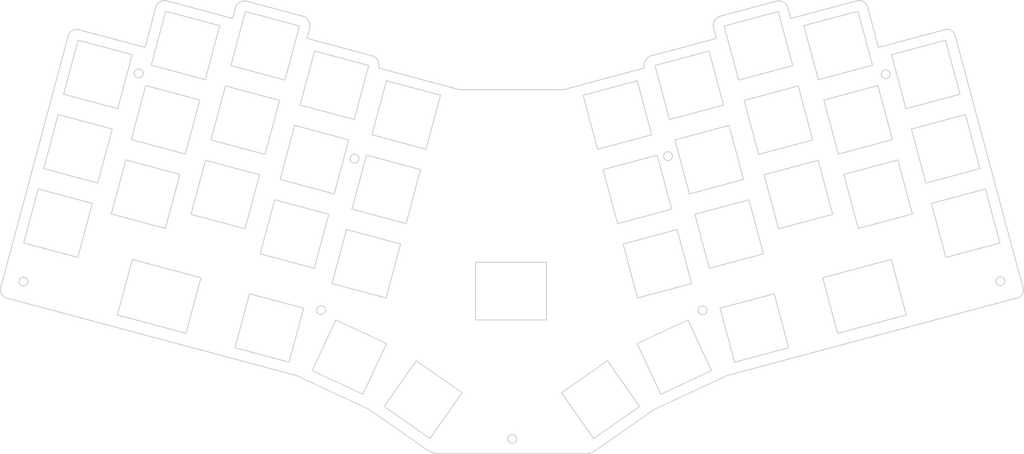
<source format=kicad_pcb>
(kicad_pcb (version 20171130) (host pcbnew "(5.1.10)-1")

  (general
    (thickness 1.6)
    (drawings 270)
    (tracks 0)
    (zones 0)
    (modules 0)
    (nets 1)
  )

  (page A4)
  (layers
    (0 F.Cu signal)
    (31 B.Cu signal)
    (32 B.Adhes user)
    (33 F.Adhes user)
    (34 B.Paste user)
    (35 F.Paste user)
    (36 B.SilkS user)
    (37 F.SilkS user)
    (38 B.Mask user)
    (39 F.Mask user)
    (40 Dwgs.User user)
    (41 Cmts.User user)
    (42 Eco1.User user)
    (43 Eco2.User user)
    (44 Edge.Cuts user)
    (45 Margin user)
    (46 B.CrtYd user)
    (47 F.CrtYd user)
    (48 B.Fab user)
    (49 F.Fab user)
  )

  (setup
    (last_trace_width 0.254)
    (trace_clearance 0.2)
    (zone_clearance 0.508)
    (zone_45_only no)
    (trace_min 0.2)
    (via_size 0.8)
    (via_drill 0.4)
    (via_min_size 0.4)
    (via_min_drill 0.3)
    (uvia_size 0.3)
    (uvia_drill 0.1)
    (uvias_allowed no)
    (uvia_min_size 0.2)
    (uvia_min_drill 0.1)
    (edge_width 0.05)
    (segment_width 0.2)
    (pcb_text_width 0.3)
    (pcb_text_size 1.5 1.5)
    (mod_edge_width 0.12)
    (mod_text_size 1 1)
    (mod_text_width 0.15)
    (pad_size 1.524 1.524)
    (pad_drill 0.762)
    (pad_to_mask_clearance 0)
    (aux_axis_origin 0 0)
    (visible_elements 7FFFFFFF)
    (pcbplotparams
      (layerselection 0x010fc_ffffffff)
      (usegerberextensions false)
      (usegerberattributes true)
      (usegerberadvancedattributes true)
      (creategerberjobfile true)
      (excludeedgelayer true)
      (linewidth 0.100000)
      (plotframeref false)
      (viasonmask false)
      (mode 1)
      (useauxorigin false)
      (hpglpennumber 1)
      (hpglpenspeed 20)
      (hpglpendiameter 15.000000)
      (psnegative false)
      (psa4output false)
      (plotreference true)
      (plotvalue true)
      (plotinvisibletext false)
      (padsonsilk false)
      (subtractmaskfromsilk false)
      (outputformat 1)
      (mirror false)
      (drillshape 0)
      (scaleselection 1)
      (outputdirectory "gerbers/"))
  )

  (net 0 "")

  (net_class Default "This is the default net class."
    (clearance 0.2)
    (trace_width 0.254)
    (via_dia 0.8)
    (via_drill 0.4)
    (uvia_dia 0.3)
    (uvia_drill 0.1)
  )

  (net_class Power ""
    (clearance 0.2)
    (trace_width 0.381)
    (via_dia 0.8)
    (via_drill 0.4)
    (uvia_dia 0.3)
    (uvia_drill 0.1)
  )

  (gr_curve (pts (xy 60.507299 47.592767) (xy 60.659799 47.014604) (xy 61.036277 46.520979) (xy 61.553521 46.220998)) (layer Edge.Cuts) (width 0.25))
  (gr_line (start 35.898978 65.97368) (end 38.934723 54.648101) (layer Edge.Cuts) (width 0.25))
  (gr_line (start 181.004104 62.53452) (end 181.004104 62.534518) (layer Edge.Cuts) (width 0.25))
  (gr_curve (pts (xy 213.486812 46.067086) (xy 214.090726 45.90527) (xy 214.734242 45.991068) (xy 215.274664 46.305456)) (layer Edge.Cuts) (width 0.25))
  (gr_line (start 113.130221 146.819239) (end 95.210521 138.462639) (layer Edge.Cuts) (width 0.25))
  (gr_line (start 127.512674 156.891403) (end 113.130221 146.819239) (layer Edge.Cuts) (width 0.25))
  (gr_line (start 217.044166 50.34252) (end 233.321715 45.981017) (layer Edge.Cuts) (width 0.25))
  (gr_curve (pts (xy 198.043478 52.779634) (xy 197.865472 52.147534) (xy 197.948056 51.470472) (xy 198.272782 50.899692)) (layer Edge.Cuts) (width 0.25))
  (gr_curve (pts (xy 181.004104 62.534518) (xy 180.82843 61.912285) (xy 180.90941 61.245605) (xy 181.22894 60.683523)) (layer Edge.Cuts) (width 0.25))
  (gr_line (start 257.558202 54.52236) (end 260.98108 67.22336) (layer Edge.Cuts) (width 0.25))
  (gr_line (start 183.396784 146.821883) (end 169.011859 156.894138) (layer Edge.Cuts) (width 0.25))
  (gr_curve (pts (xy 80.153688 47.729156) (xy 80.305314 47.139053) (xy 80.686622 46.634089) (xy 81.212686 46.326732)) (layer Edge.Cuts) (width 0.25))
  (gr_curve (pts (xy 169.011859 156.894138) (xy 168.217253 157.450518) (xy 167.270695 157.748927) (xy 166.300666 157.748861)) (layer Edge.Cuts) (width 0.25))
  (gr_curve (pts (xy 130.223801 157.74642) (xy 129.253768 157.746355) (xy 128.307241 157.447845) (xy 127.512674 156.891403)) (layer Edge.Cuts) (width 0.25))
  (gr_curve (pts (xy 115.272955 60.691192) (xy 115.596602 61.265001) (xy 115.6757 61.944918) (xy 115.492421 62.5777)) (layer Edge.Cuts) (width 0.25))
  (gr_line (start 135.360304 67.899) (end 161.159084 67.90408) (layer Edge.Cuts) (width 0.25))
  (gr_line (start 148.378306 152.990819) (end 148.378306 152.990819) (layer Edge.Cuts) (width 0.25))
  (gr_line (start 95.210521 138.462639) (end 23.870316 119.354813) (layer Edge.Cuts) (width 0.25))
  (gr_line (start 201.313946 138.465283) (end 183.396784 146.821883) (layer Edge.Cuts) (width 0.25))
  (gr_curve (pts (xy 96.708725 49.777728) (xy 97.34854 49.94914) (xy 97.893246 50.369284) (xy 98.22153 50.944589)) (layer Edge.Cuts) (width 0.25))
  (gr_line (start 238.631618 57.4977) (end 255.07582 53.091544) (layer Edge.Cuts) (width 0.25))
  (gr_line (start 98.456491 52.840622) (end 97.786081 55.24472) (layer Edge.Cuts) (width 0.25))
  (gr_curve (pts (xy 113.771998 59.527489) (xy 114.408346 59.697973) (xy 114.949307 60.117384) (xy 115.272955 60.691192)) (layer Edge.Cuts) (width 0.25))
  (gr_curve (pts (xy 98.22153 50.944589) (xy 98.549814 51.519895) (xy 98.634415 52.202586) (xy 98.456491 52.840622)) (layer Edge.Cuts) (width 0.25))
  (gr_curve (pts (xy 274.356899 116.888216) (xy 274.638763 117.921953) (xy 274.030153 118.984199) (xy 272.997567 119.260833)) (layer Edge.Cuts) (width 0.25))
  (gr_curve (pts (xy 233.321715 45.981017) (xy 233.883798 45.83041) (xy 234.482717 45.909856) (xy 234.986096 46.201796)) (layer Edge.Cuts) (width 0.25))
  (gr_line (start 216.3656 47.741804) (end 217.044166 50.34252) (layer Edge.Cuts) (width 0.25))
  (gr_line (start 63.263745 45.994139) (end 79.482841 50.33998) (layer Edge.Cuts) (width 0.25))
  (gr_curve (pts (xy 38.934723 54.648101) (xy 39.243106 53.497605) (xy 40.425695 52.814876) (xy 41.576229 53.123115)) (layer Edge.Cuts) (width 0.25))
  (gr_curve (pts (xy 198.272782 50.899692) (xy 198.597507 50.328912) (xy 199.137317 49.911973) (xy 199.771628 49.742012)) (layer Edge.Cuts) (width 0.25))
  (gr_curve (pts (xy 149.477577 154.09009) (xy 149.477577 153.798545) (xy 149.361762 153.518942) (xy 149.155608 153.312788)) (layer Edge.Cuts) (width 0.25))
  (gr_curve (pts (xy 272.997567 119.260833) (xy 263.792276 121.726924) (xy 222.902282 132.681654) (xy 201.313946 138.465283)) (layer Edge.Cuts) (width 0.25))
  (gr_line (start 22.321182 116.671455) (end 24.629001 108.064023) (layer Edge.Cuts) (width 0.25))
  (gr_line (start 166.300666 157.748861) (end 130.223801 157.74642) (layer Edge.Cuts) (width 0.25))
  (gr_line (start 236.004273 47.536794) (end 238.631618 57.4977) (layer Edge.Cuts) (width 0.25))
  (gr_line (start 271.636381 106.910863) (end 274.356899 116.888216) (layer Edge.Cuts) (width 0.25))
  (gr_curve (pts (xy 255.07582 53.091544) (xy 256.156306 52.802027) (xy 257.267128 53.442292) (xy 257.558202 54.52236)) (layer Edge.Cuts) (width 0.25))
  (gr_curve (pts (xy 234.986096 46.201796) (xy 235.489475 46.493734) (xy 235.855861 46.974129) (xy 236.004273 47.536794)) (layer Edge.Cuts) (width 0.25))
  (gr_curve (pts (xy 215.274664 46.305456) (xy 215.815087 46.619844) (xy 216.207756 47.13684) (xy 216.3656 47.741804)) (layer Edge.Cuts) (width 0.25))
  (gr_curve (pts (xy 181.22894 60.683523) (xy 181.54847 60.121441) (xy 182.079901 59.710832) (xy 182.704428 59.543493)) (layer Edge.Cuts) (width 0.25))
  (gr_curve (pts (xy 61.553521 46.220998) (xy 62.070764 45.921018) (xy 62.686181 45.839384) (xy 63.263745 45.994139)) (layer Edge.Cuts) (width 0.25))
  (gr_curve (pts (xy 23.870316 119.354813) (xy 23.309011 119.204472) (xy 22.830436 118.837276) (xy 22.539906 118.334029)) (layer Edge.Cuts) (width 0.25))
  (gr_line (start 198.738384 55.24726) (end 198.043478 52.779634) (layer Edge.Cuts) (width 0.25))
  (gr_line (start 161.159084 67.90408) (end 181.004104 62.53452) (layer Edge.Cuts) (width 0.25))
  (gr_line (start 24.629001 108.064023) (end 35.898978 65.97368) (layer Edge.Cuts) (width 0.25))
  (gr_curve (pts (xy 22.539906 118.334029) (xy 22.249375 117.830782) (xy 22.170696 117.232721) (xy 22.321182 116.671455)) (layer Edge.Cuts) (width 0.25))
  (gr_line (start 260.98108 67.22336) (end 271.636381 106.910863) (layer Edge.Cuts) (width 0.25))
  (gr_line (start 115.492421 62.5777) (end 135.360304 67.899) (layer Edge.Cuts) (width 0.25))
  (gr_line (start 82.954396 46.092821) (end 96.708725 49.777728) (layer Edge.Cuts) (width 0.25))
  (gr_curve (pts (xy 148.798979 155.105684) (xy 149.209749 154.935538) (xy 149.477577 154.534704) (xy 149.477577 154.09009)) (layer Edge.Cuts) (width 0.25))
  (gr_line (start 97.786081 55.24472) (end 113.771998 59.527489) (layer Edge.Cuts) (width 0.25))
  (gr_line (start 199.771628 49.742012) (end 213.486812 46.067086) (layer Edge.Cuts) (width 0.25))
  (gr_line (start 79.482841 50.33998) (end 80.153688 47.729156) (layer Edge.Cuts) (width 0.25))
  (gr_curve (pts (xy 81.212686 46.326732) (xy 81.73875 46.019376) (xy 82.365879 45.935152) (xy 82.954396 46.092821)) (layer Edge.Cuts) (width 0.25))
  (gr_line (start 57.895381 57.49516) (end 60.507299 47.592767) (layer Edge.Cuts) (width 0.25))
  (gr_line (start 268.728081 114.090719) (end 268.728081 114.090719) (layer Edge.Cuts) (width 0.25))
  (gr_line (start 182.704428 59.543493) (end 198.738384 55.24726) (layer Edge.Cuts) (width 0.25))
  (gr_curve (pts (xy 149.155608 153.312788) (xy 148.949455 153.106635) (xy 148.669851 152.990819) (xy 148.378306 152.990819)) (layer Edge.Cuts) (width 0.25))
  (gr_line (start 41.576229 53.123115) (end 57.895381 57.49516) (layer Edge.Cuts) (width 0.25))
  (gr_curve (pts (xy 194.292776 121.959293) (xy 194.12263 122.370062) (xy 194.216679 122.842878) (xy 194.531068 123.157267)) (layer Edge.Cuts) (width 0.25))
  (gr_line (start 27.888329 114.150663) (end 27.888329 114.150663) (layer Edge.Cuts) (width 0.25))
  (gr_curve (pts (xy 195.30837 121.280695) (xy 194.863757 121.280695) (xy 194.462922 121.548523) (xy 194.292776 121.959293)) (layer Edge.Cuts) (width 0.25))
  (gr_line (start 59.396521 61.87412) (end 72.726441 65.4479) (layer Edge.Cuts) (width 0.25))
  (gr_curve (pts (xy 101.688835 123.345524) (xy 102.099604 123.175378) (xy 102.367433 122.774544) (xy 102.367433 122.32993)) (layer Edge.Cuts) (width 0.25))
  (gr_curve (pts (xy 27.888329 116.349205) (xy 28.49544 116.349205) (xy 28.9876 115.857045) (xy 28.9876 115.249934)) (layer Edge.Cuts) (width 0.25))
  (gr_curve (pts (xy 110.305544 84.152652) (xy 110.099391 83.946499) (xy 109.819787 83.830683) (xy 109.528242 83.830683)) (layer Edge.Cuts) (width 0.25))
  (gr_curve (pts (xy 269.148754 116.205584) (xy 269.559522 116.035438) (xy 269.827351 115.634604) (xy 269.827351 115.18999)) (layer Edge.Cuts) (width 0.25))
  (gr_curve (pts (xy 56.728808 64.915592) (xy 57.139577 64.745446) (xy 57.407406 64.344612) (xy 57.407406 63.899998)) (layer Edge.Cuts) (width 0.25))
  (gr_curve (pts (xy 57.085437 63.122695) (xy 56.879284 62.916543) (xy 56.59968 62.800727) (xy 56.308135 62.800727)) (layer Edge.Cuts) (width 0.25))
  (gr_curve (pts (xy 267.712486 114.769317) (xy 267.542341 115.180087) (xy 267.63639 115.652903) (xy 267.950778 115.967292)) (layer Edge.Cuts) (width 0.25))
  (gr_curve (pts (xy 194.531068 123.157267) (xy 194.845457 123.471657) (xy 195.318273 123.565706) (xy 195.729043 123.395559)) (layer Edge.Cuts) (width 0.25))
  (gr_curve (pts (xy 148.378306 152.990819) (xy 147.933693 152.990819) (xy 147.532859 153.258648) (xy 147.362713 153.669417)) (layer Edge.Cuts) (width 0.25))
  (gr_line (start 195.30837 121.280695) (end 195.30837 121.280695) (layer Edge.Cuts) (width 0.25))
  (gr_curve (pts (xy 240.45814 63.020743) (xy 240.013527 63.020743) (xy 239.612692 63.288571) (xy 239.442546 63.699341)) (layer Edge.Cuts) (width 0.25))
  (gr_curve (pts (xy 187.887467 84.3201) (xy 187.887467 83.71299) (xy 187.395307 83.220829) (xy 186.788197 83.220829)) (layer Edge.Cuts) (width 0.25))
  (gr_curve (pts (xy 55.530833 64.6773) (xy 55.845222 64.991689) (xy 56.318038 65.085738) (xy 56.728808 64.915592)) (layer Edge.Cuts) (width 0.25))
  (gr_line (start 54.710221 59.27316) (end 51.136441 72.60308) (layer Edge.Cuts) (width 0.25))
  (gr_line (start 37.806521 69.03184) (end 51.136441 72.60308) (layer Edge.Cuts) (width 0.25))
  (gr_curve (pts (xy 269.827351 115.18999) (xy 269.827351 114.898445) (xy 269.711536 114.618842) (xy 269.505383 114.412688)) (layer Edge.Cuts) (width 0.25))
  (gr_curve (pts (xy 267.950778 115.967292) (xy 268.265167 116.281681) (xy 268.737984 116.37573) (xy 269.148754 116.205584)) (layer Edge.Cuts) (width 0.25))
  (gr_curve (pts (xy 241.235442 63.342712) (xy 241.029289 63.136558) (xy 240.749685 63.020743) (xy 240.45814 63.020743)) (layer Edge.Cuts) (width 0.25))
  (gr_curve (pts (xy 102.045464 121.552628) (xy 101.839311 121.346475) (xy 101.559707 121.230659) (xy 101.268162 121.230659)) (layer Edge.Cuts) (width 0.25))
  (gr_curve (pts (xy 241.557411 64.120014) (xy 241.557411 63.828469) (xy 241.441595 63.548865) (xy 241.235442 63.342712)) (layer Edge.Cuts) (width 0.25))
  (gr_curve (pts (xy 240.878813 65.135607) (xy 241.289582 64.965461) (xy 241.557411 64.564627) (xy 241.557411 64.120014)) (layer Edge.Cuts) (width 0.25))
  (gr_curve (pts (xy 28.9876 115.249934) (xy 28.9876 114.958389) (xy 28.871784 114.678786) (xy 28.665631 114.472632)) (layer Edge.Cuts) (width 0.25))
  (gr_curve (pts (xy 101.268162 121.230659) (xy 100.823548 121.230659) (xy 100.422714 121.498488) (xy 100.252568 121.909257)) (layer Edge.Cuts) (width 0.25))
  (gr_curve (pts (xy 239.680838 64.897315) (xy 239.995227 65.211705) (xy 240.468043 65.305754) (xy 240.878813 65.135607)) (layer Edge.Cuts) (width 0.25))
  (gr_curve (pts (xy 26.789058 115.249934) (xy 26.789058 115.857045) (xy 27.281218 116.349205) (xy 27.888329 116.349205)) (layer Edge.Cuts) (width 0.25))
  (gr_curve (pts (xy 239.442546 63.699341) (xy 239.2724 64.11011) (xy 239.366449 64.582926) (xy 239.680838 64.897315)) (layer Edge.Cuts) (width 0.25))
  (gr_curve (pts (xy 185.772603 83.899427) (xy 185.602457 84.310197) (xy 185.696505 84.783013) (xy 186.010895 85.097402)) (layer Edge.Cuts) (width 0.25))
  (gr_curve (pts (xy 186.788197 83.220829) (xy 186.343583 83.220829) (xy 185.942749 83.488658) (xy 185.772603 83.899427)) (layer Edge.Cuts) (width 0.25))
  (gr_curve (pts (xy 57.407406 63.899998) (xy 57.407406 63.608453) (xy 57.29159 63.32885) (xy 57.085437 63.122695)) (layer Edge.Cuts) (width 0.25))
  (gr_line (start 54.710221 59.27316) (end 41.380301 55.70192) (layer Edge.Cuts) (width 0.25))
  (gr_line (start 37.806521 69.03184) (end 41.380301 55.70192) (layer Edge.Cuts) (width 0.25))
  (gr_curve (pts (xy 196.407641 122.379966) (xy 196.407641 121.772855) (xy 195.915481 121.280695) (xy 195.30837 121.280695)) (layer Edge.Cuts) (width 0.25))
  (gr_line (start 101.268162 121.230659) (end 101.268162 121.230659) (layer Edge.Cuts) (width 0.25))
  (gr_curve (pts (xy 27.888329 114.150663) (xy 27.281218 114.150663) (xy 26.789058 114.642824) (xy 26.789058 115.249934)) (layer Edge.Cuts) (width 0.25))
  (gr_line (start 95.944581 52.20434) (end 82.614661 48.6331) (layer Edge.Cuts) (width 0.25))
  (gr_line (start 76.297681 52.11798) (end 72.726441 65.4479) (layer Edge.Cuts) (width 0.25))
  (gr_line (start 186.788197 83.220829) (end 186.788197 83.220829) (layer Edge.Cuts) (width 0.25))
  (gr_curve (pts (xy 187.208869 85.335694) (xy 187.619639 85.165548) (xy 187.887467 84.764714) (xy 187.887467 84.3201)) (layer Edge.Cuts) (width 0.25))
  (gr_curve (pts (xy 102.367433 122.32993) (xy 102.367433 122.038385) (xy 102.251617 121.758782) (xy 102.045464 121.552628)) (layer Edge.Cuts) (width 0.25))
  (gr_curve (pts (xy 28.665631 114.472632) (xy 28.459478 114.266479) (xy 28.179874 114.150663) (xy 27.888329 114.150663)) (layer Edge.Cuts) (width 0.25))
  (gr_curve (pts (xy 55.292541 63.479325) (xy 55.122395 63.890095) (xy 55.216444 64.362911) (xy 55.530833 64.6773)) (layer Edge.Cuts) (width 0.25))
  (gr_curve (pts (xy 109.948915 85.945548) (xy 110.359684 85.775402) (xy 110.627513 85.374568) (xy 110.627513 84.929954)) (layer Edge.Cuts) (width 0.25))
  (gr_curve (pts (xy 100.252568 121.909257) (xy 100.082422 122.320027) (xy 100.176471 122.792843) (xy 100.49086 123.107232)) (layer Edge.Cuts) (width 0.25))
  (gr_line (start 56.308135 62.800727) (end 56.308135 62.800727) (layer Edge.Cuts) (width 0.25))
  (gr_curve (pts (xy 108.512648 84.509281) (xy 108.342502 84.920051) (xy 108.436551 85.392867) (xy 108.75094 85.707256)) (layer Edge.Cuts) (width 0.25))
  (gr_curve (pts (xy 147.601005 154.867392) (xy 147.915394 155.181781) (xy 148.38821 155.27583) (xy 148.798979 155.105684)) (layer Edge.Cuts) (width 0.25))
  (gr_curve (pts (xy 269.505383 114.412688) (xy 269.29923 114.206535) (xy 269.019625 114.090719) (xy 268.728081 114.090719)) (layer Edge.Cuts) (width 0.25))
  (gr_curve (pts (xy 268.728081 114.090719) (xy 268.283467 114.090719) (xy 267.882633 114.358548) (xy 267.712486 114.769317)) (layer Edge.Cuts) (width 0.25))
  (gr_curve (pts (xy 110.627513 84.929954) (xy 110.627513 84.638409) (xy 110.511697 84.358806) (xy 110.305544 84.152652)) (layer Edge.Cuts) (width 0.25))
  (gr_curve (pts (xy 195.729043 123.395559) (xy 196.139812 123.225413) (xy 196.407641 122.824579) (xy 196.407641 122.379966)) (layer Edge.Cuts) (width 0.25))
  (gr_curve (pts (xy 100.49086 123.107232) (xy 100.805249 123.421621) (xy 101.278065 123.51567) (xy 101.688835 123.345524)) (layer Edge.Cuts) (width 0.25))
  (gr_line (start 109.528242 83.830683) (end 109.528242 83.830683) (layer Edge.Cuts) (width 0.25))
  (gr_curve (pts (xy 56.308135 62.800727) (xy 55.863521 62.800727) (xy 55.462687 63.068555) (xy 55.292541 63.479325)) (layer Edge.Cuts) (width 0.25))
  (gr_curve (pts (xy 109.528242 83.830683) (xy 109.083628 83.830683) (xy 108.682794 84.098512) (xy 108.512648 84.509281)) (layer Edge.Cuts) (width 0.25))
  (gr_curve (pts (xy 108.75094 85.707256) (xy 109.065329 86.021645) (xy 109.538145 86.115694) (xy 109.948915 85.945548)) (layer Edge.Cuts) (width 0.25))
  (gr_line (start 76.297681 52.11798) (end 62.967761 48.5442) (layer Edge.Cuts) (width 0.25))
  (gr_line (start 59.396521 61.87412) (end 62.967761 48.5442) (layer Edge.Cuts) (width 0.25))
  (gr_curve (pts (xy 186.010895 85.097402) (xy 186.325284 85.411791) (xy 186.7981 85.50584) (xy 187.208869 85.335694)) (layer Edge.Cuts) (width 0.25))
  (gr_curve (pts (xy 147.362713 153.669417) (xy 147.192566 154.080187) (xy 147.286615 154.553003) (xy 147.601005 154.867392)) (layer Edge.Cuts) (width 0.25))
  (gr_line (start 240.45814 63.020743) (end 240.45814 63.020743) (layer Edge.Cuts) (width 0.25))
  (gr_line (start 255.205121 55.70446) (end 258.77636 69.03438) (layer Edge.Cuts) (width 0.25))
  (gr_line (start 74.123441 80.31452) (end 77.697221 66.9846) (layer Edge.Cuts) (width 0.25))
  (gr_line (start 184.123221 84.06864) (end 170.793301 87.63988) (layer Edge.Cuts) (width 0.25))
  (gr_line (start 228.776421 83.80194) (end 242.106341 80.2307) (layer Edge.Cuts) (width 0.25))
  (gr_line (start 108.888421 97.39602) (end 112.459661 84.0661) (layer Edge.Cuts) (width 0.25))
  (gr_line (start 54.479081 80.22816) (end 67.809001 83.7994) (layer Edge.Cuts) (width 0.25))
  (gr_line (start 238.535101 66.90078) (end 242.106341 80.2307) (layer Edge.Cuts) (width 0.25))
  (gr_line (start 66.462801 88.82098) (end 53.132881 85.24974) (layer Edge.Cuts) (width 0.25))
  (gr_line (start 91.027141 70.55838) (end 77.697221 66.9846) (layer Edge.Cuts) (width 0.25))
  (gr_line (start 91.027141 70.55838) (end 87.453361 83.8883) (layer Edge.Cuts) (width 0.25))
  (gr_line (start 260.12256 74.05596) (end 246.792641 77.6272) (layer Edge.Cuts) (width 0.25))
  (gr_line (start 209.129521 83.8883) (end 222.459441 80.31706) (layer Edge.Cuts) (width 0.25))
  (gr_line (start 125.789581 87.63734) (end 122.218341 100.96726) (layer Edge.Cuts) (width 0.25))
  (gr_line (start 125.789581 87.63734) (end 112.459661 84.0661) (layer Edge.Cuts) (width 0.25))
  (gr_line (start 44.875341 95.9787) (end 41.301561 109.30862) (layer Edge.Cuts) (width 0.25))
  (gr_line (start 223.858981 65.4479) (end 220.287741 52.11798) (layer Edge.Cuts) (width 0.25))
  (gr_line (start 44.875341 95.9787) (end 31.545421 92.40746) (layer Edge.Cuts) (width 0.25))
  (gr_line (start 32.889081 87.38334) (end 36.462861 74.05342) (layer Edge.Cuts) (width 0.25))
  (gr_line (start 184.123221 84.06864) (end 187.694461 97.39856) (layer Edge.Cuts) (width 0.25))
  (gr_line (start 179.205781 65.7146) (end 182.777021 79.04452) (layer Edge.Cuts) (width 0.25))
  (gr_line (start 223.858981 65.4479) (end 237.188901 61.87666) (layer Edge.Cuts) (width 0.25))
  (gr_line (start 204.212081 65.5368) (end 200.640841 52.20688) (layer Edge.Cuts) (width 0.25))
  (gr_line (start 250.363881 90.95712) (end 263.6938 87.38588) (layer Edge.Cuts) (width 0.25))
  (gr_line (start 250.363881 90.95712) (end 246.792641 77.6272) (layer Edge.Cuts) (width 0.25))
  (gr_line (start 204.212081 65.5368) (end 217.542001 61.96556) (layer Edge.Cuts) (width 0.25))
  (gr_line (start 233.617661 48.54674) (end 237.188901 61.87666) (layer Edge.Cuts) (width 0.25))
  (gr_line (start 49.792781 77.6272) (end 36.462861 74.05342) (layer Edge.Cuts) (width 0.25))
  (gr_line (start 49.792781 77.6272) (end 46.219001 90.95458) (layer Edge.Cuts) (width 0.25))
  (gr_line (start 108.888421 97.39602) (end 122.218341 100.96726) (layer Edge.Cuts) (width 0.25))
  (gr_line (start 174.364541 100.9698) (end 187.694461 97.39856) (layer Edge.Cuts) (width 0.25))
  (gr_line (start 169.447101 82.61576) (end 165.875861 69.28584) (layer Edge.Cuts) (width 0.25))
  (gr_line (start 213.970761 48.63564) (end 200.640841 52.20688) (layer Edge.Cuts) (width 0.25))
  (gr_line (start 233.617661 48.54674) (end 220.287741 52.11798) (layer Edge.Cuts) (width 0.25))
  (gr_line (start 260.12256 74.05596) (end 263.6938 87.38588) (layer Edge.Cuts) (width 0.25))
  (gr_line (start 201.829561 76.73566) (end 205.400801 90.06558) (layer Edge.Cuts) (width 0.25))
  (gr_line (start 238.535101 66.90078) (end 225.205181 70.47202) (layer Edge.Cuts) (width 0.25))
  (gr_line (start 174.364541 100.9698) (end 170.793301 87.63988) (layer Edge.Cuts) (width 0.25))
  (gr_line (start 213.970761 48.63564) (end 217.542001 61.96556) (layer Edge.Cuts) (width 0.25))
  (gr_line (start 245.446441 72.60562) (end 258.77636 69.03438) (layer Edge.Cuts) (width 0.25))
  (gr_line (start 74.123441 80.31452) (end 87.453361 83.8883) (layer Edge.Cuts) (width 0.25))
  (gr_line (start 32.889081 87.38334) (end 46.219001 90.95458) (layer Edge.Cuts) (width 0.25))
  (gr_line (start 192.070881 93.63682) (end 205.400801 90.06558) (layer Edge.Cuts) (width 0.25))
  (gr_line (start 54.479081 80.22816) (end 58.050321 66.89824) (layer Edge.Cuts) (width 0.25))
  (gr_line (start 218.888201 66.98714) (end 222.459441 80.31706) (layer Edge.Cuts) (width 0.25))
  (gr_line (start 130.70702 69.2833) (end 127.135781 82.61322) (layer Edge.Cuts) (width 0.25))
  (gr_line (start 255.205121 55.70446) (end 241.875201 59.2757) (layer Edge.Cuts) (width 0.25))
  (gr_line (start 201.829561 76.73566) (end 188.499641 80.3069) (layer Edge.Cuts) (width 0.25))
  (gr_line (start 228.776421 83.80194) (end 225.205181 70.47202) (layer Edge.Cuts) (width 0.25))
  (gr_line (start 27.971641 105.73738) (end 31.545421 92.40746) (layer Edge.Cuts) (width 0.25))
  (gr_line (start 27.971641 105.73738) (end 41.301561 109.30862) (layer Edge.Cuts) (width 0.25))
  (gr_line (start 71.380241 70.46948) (end 67.809001 83.7994) (layer Edge.Cuts) (width 0.25))
  (gr_line (start 218.888201 66.98714) (end 205.558281 70.56092) (layer Edge.Cuts) (width 0.25))
  (gr_line (start 79.043421 61.96302) (end 92.370801 65.53426) (layer Edge.Cuts) (width 0.25))
  (gr_line (start 79.043421 61.96302) (end 82.614661 48.6331) (layer Edge.Cuts) (width 0.25))
  (gr_line (start 95.944581 52.20434) (end 92.370801 65.53426) (layer Edge.Cuts) (width 0.25))
  (gr_line (start 130.70702 69.2833) (end 117.377101 65.71206) (layer Edge.Cuts) (width 0.25))
  (gr_line (start 245.446441 72.60562) (end 241.875201 59.2757) (layer Edge.Cuts) (width 0.25))
  (gr_line (start 71.380241 70.46948) (end 58.050321 66.89824) (layer Edge.Cuts) (width 0.25))
  (gr_line (start 113.805861 79.04198) (end 127.135781 82.61322) (layer Edge.Cuts) (width 0.25))
  (gr_line (start 169.447101 82.61576) (end 182.777021 79.04452) (layer Edge.Cuts) (width 0.25))
  (gr_line (start 209.129521 83.8883) (end 205.558281 70.56092) (layer Edge.Cuts) (width 0.25))
  (gr_line (start 113.805861 79.04198) (end 117.377101 65.71206) (layer Edge.Cuts) (width 0.25))
  (gr_line (start 179.205781 65.7146) (end 165.875861 69.28584) (layer Edge.Cuts) (width 0.25))
  (gr_line (start 192.070881 93.63682) (end 188.499641 80.3069) (layer Edge.Cuts) (width 0.25))
  (gr_line (start 224.933401 114.3302) (end 228.608781 128.0462) (layer Edge.Cuts) (width 0.25))
  (gr_line (start 156.825841 124.72896) (end 156.825841 110.52782) (layer Edge.Cuts) (width 0.25))
  (gr_line (start 139.327781 110.52782) (end 139.327781 124.72896) (layer Edge.Cuts) (width 0.25))
  (gr_line (start 96.099521 71.709) (end 109.429441 75.28278) (layer Edge.Cuts) (width 0.25))
  (gr_line (start 67.971561 128.0462) (end 71.646941 114.3302) (layer Edge.Cuts) (width 0.25))
  (gr_line (start 67.971561 128.0462) (end 51.067861 123.51738) (layer Edge.Cuts) (width 0.25))
  (gr_line (start 156.825841 124.72896) (end 139.327781 124.72896) (layer Edge.Cuts) (width 0.25))
  (gr_line (start 139.327781 110.52782) (end 156.825841 110.52782) (layer Edge.Cuts) (width 0.25))
  (gr_line (start 96.099521 71.709) (end 99.673301 58.37908) (layer Edge.Cuts) (width 0.25))
  (gr_line (start 113.003221 61.95286) (end 109.429441 75.28278) (layer Edge.Cuts) (width 0.25))
  (gr_line (start 54.743241 109.79884) (end 71.646941 114.3302) (layer Edge.Cuts) (width 0.25))
  (gr_line (start 103.168341 98.6584) (end 89.838421 95.08462) (layer Edge.Cuts) (width 0.25))
  (gr_line (start 86.264641 108.41454) (end 89.838421 95.08462) (layer Edge.Cuts) (width 0.25))
  (gr_line (start 224.933401 114.3302) (end 241.837101 109.79884) (layer Edge.Cuts) (width 0.25))
  (gr_line (start 86.264641 108.41454) (end 99.594561 111.98578) (layer Edge.Cuts) (width 0.25))
  (gr_line (start 103.168341 98.6584) (end 99.594561 111.98578) (layer Edge.Cuts) (width 0.25))
  (gr_line (start 54.743241 109.79884) (end 51.067861 123.51738) (layer Edge.Cuts) (width 0.25))
  (gr_line (start 245.512481 123.51484) (end 241.837101 109.79884) (layer Edge.Cuts) (width 0.25))
  (gr_line (start 245.512481 123.51484) (end 228.608781 128.0462) (layer Edge.Cuts) (width 0.25))
  (gr_line (start 108.085781 80.30436) (end 104.512001 93.63428) (layer Edge.Cuts) (width 0.25))
  (gr_line (start 206.747001 95.08716) (end 210.318241 108.41708) (layer Edge.Cuts) (width 0.25))
  (gr_line (start 168.464121 154.01262) (end 179.769661 146.09798) (layer Edge.Cuts) (width 0.25))
  (gr_line (start 168.464121 154.01262) (end 160.549481 142.70962) (layer Edge.Cuts) (width 0.25))
  (gr_line (start 203.201161 135.1709) (end 216.531081 131.59966) (layer Edge.Cuts) (width 0.25))
  (gr_line (start 91.182081 90.06304) (end 104.512001 93.63428) (layer Edge.Cuts) (width 0.25))
  (gr_line (start 265.04 92.41) (end 251.710081 95.98124) (layer Edge.Cuts) (width 0.25))
  (gr_line (start 49.561641 98.57966) (end 62.889021 102.1509) (layer Edge.Cuts) (width 0.25))
  (gr_line (start 185.009681 143.07284) (end 179.175301 130.56588) (layer Edge.Cuts) (width 0.25))
  (gr_line (start 49.561641 98.57966) (end 53.132881 85.24974) (layer Edge.Cuts) (width 0.25))
  (gr_line (start 212.959841 118.26974) (end 199.629921 121.84098) (layer Edge.Cuts) (width 0.25))
  (gr_line (start 103.970981 115.74752) (end 107.542221 102.4176) (layer Edge.Cuts) (width 0.25))
  (gr_line (start 80.054341 131.59712) (end 83.625581 118.2672) (layer Edge.Cuts) (width 0.25))
  (gr_line (start 187.153441 75.28278) (end 200.483361 71.71154) (layer Edge.Cuts) (width 0.25))
  (gr_line (start 187.153441 75.28278) (end 183.582201 61.9554) (layer Edge.Cuts) (width 0.25))
  (gr_line (start 108.085781 80.30436) (end 94.755861 76.73312) (layer Edge.Cuts) (width 0.25))
  (gr_line (start 117.407581 130.56334) (end 104.900621 124.7315) (layer Edge.Cuts) (width 0.25))
  (gr_line (start 69.206 98.66856) (end 82.535921 102.2398) (layer Edge.Cuts) (width 0.25))
  (gr_line (start 196.912121 58.38162) (end 183.582201 61.9554) (layer Edge.Cuts) (width 0.25))
  (gr_line (start 69.206 98.66856) (end 72.779781 85.33864) (layer Edge.Cuts) (width 0.25))
  (gr_line (start 120.872141 105.98884) (end 107.542221 102.4176) (layer Edge.Cuts) (width 0.25))
  (gr_line (start 191.682261 124.73404) (end 179.175301 130.56588) (layer Edge.Cuts) (width 0.25))
  (gr_line (start 255.281321 109.31116) (end 268.611241 105.73992) (layer Edge.Cuts) (width 0.25))
  (gr_line (start 103.970981 115.74752) (end 117.300901 119.31876) (layer Edge.Cuts) (width 0.25))
  (gr_line (start 96.955501 121.83844) (end 93.384261 135.16836) (layer Edge.Cuts) (width 0.25))
  (gr_line (start 214.046961 102.24234) (end 210.475721 88.91242) (layer Edge.Cuts) (width 0.25))
  (gr_line (start 179.284521 119.3213) (end 175.710741 105.99138) (layer Edge.Cuts) (width 0.25))
  (gr_line (start 99.068781 137.23846) (end 111.575741 143.0703) (layer Edge.Cuts) (width 0.25))
  (gr_line (start 233.693861 102.15344) (end 247.023781 98.5822) (layer Edge.Cuts) (width 0.25))
  (gr_line (start 117.407581 130.56334) (end 111.575741 143.0703) (layer Edge.Cuts) (width 0.25))
  (gr_line (start 223.805641 85.34118) (end 227.376881 98.6711) (layer Edge.Cuts) (width 0.25))
  (gr_line (start 113.003221 61.95286) (end 99.673301 58.37908) (layer Edge.Cuts) (width 0.25))
  (gr_line (start 136.0334 142.70708) (end 124.730401 134.7899) (layer Edge.Cuts) (width 0.25))
  (gr_line (start 196.988321 111.98832) (end 193.417081 98.6584) (layer Edge.Cuts) (width 0.25))
  (gr_line (start 96.955501 121.83844) (end 83.625581 118.2672) (layer Edge.Cuts) (width 0.25))
  (gr_line (start 116.815761 146.09544) (end 124.730401 134.7899) (layer Edge.Cuts) (width 0.25))
  (gr_line (start 136.0334 142.70708) (end 128.118761 154.01008) (layer Edge.Cuts) (width 0.25))
  (gr_line (start 214.046961 102.24234) (end 227.376881 98.6711) (layer Edge.Cuts) (width 0.25))
  (gr_line (start 243.452541 85.25228) (end 230.122621 88.82352) (layer Edge.Cuts) (width 0.25))
  (gr_line (start 233.693861 102.15344) (end 230.122621 88.82352) (layer Edge.Cuts) (width 0.25))
  (gr_line (start 212.959841 118.26974) (end 216.531081 131.59966) (layer Edge.Cuts) (width 0.25))
  (gr_line (start 185.009681 143.07284) (end 197.516641 137.241) (layer Edge.Cuts) (width 0.25))
  (gr_line (start 171.855021 134.79244) (end 179.769661 146.09798) (layer Edge.Cuts) (width 0.25))
  (gr_line (start 179.284521 119.3213) (end 192.611901 115.75006) (layer Edge.Cuts) (width 0.25))
  (gr_line (start 86.109701 88.90988) (end 82.535921 102.2398) (layer Edge.Cuts) (width 0.25))
  (gr_line (start 243.452541 85.25228) (end 247.023781 98.5822) (layer Edge.Cuts) (width 0.25))
  (gr_line (start 99.068781 137.23846) (end 104.900621 124.7315) (layer Edge.Cuts) (width 0.25))
  (gr_line (start 191.682261 124.73404) (end 197.516641 137.241) (layer Edge.Cuts) (width 0.25))
  (gr_line (start 116.815761 146.09544) (end 128.118761 154.01008) (layer Edge.Cuts) (width 0.25))
  (gr_line (start 255.281321 109.31116) (end 251.710081 95.98124) (layer Edge.Cuts) (width 0.25))
  (gr_line (start 206.747001 95.08716) (end 193.417081 98.6584) (layer Edge.Cuts) (width 0.25))
  (gr_line (start 66.462801 88.82098) (end 62.889021 102.1509) (layer Edge.Cuts) (width 0.25))
  (gr_line (start 196.912121 58.38162) (end 200.483361 71.71154) (layer Edge.Cuts) (width 0.25))
  (gr_line (start 86.109701 88.90988) (end 72.779781 85.33864) (layer Edge.Cuts) (width 0.25))
  (gr_line (start 120.872141 105.98884) (end 117.300901 119.31876) (layer Edge.Cuts) (width 0.25))
  (gr_line (start 80.054341 131.59712) (end 93.384261 135.16836) (layer Edge.Cuts) (width 0.25))
  (gr_line (start 189.040661 102.42014) (end 175.710741 105.99138) (layer Edge.Cuts) (width 0.25))
  (gr_line (start 189.040661 102.42014) (end 192.611901 115.75006) (layer Edge.Cuts) (width 0.25))
  (gr_line (start 196.988321 111.98832) (end 210.318241 108.41708) (layer Edge.Cuts) (width 0.25))
  (gr_line (start 223.805641 85.34118) (end 210.475721 88.91242) (layer Edge.Cuts) (width 0.25))
  (gr_line (start 203.201161 135.1709) (end 199.629921 121.84098) (layer Edge.Cuts) (width 0.25))
  (gr_line (start 171.855021 134.79244) (end 160.549481 142.70962) (layer Edge.Cuts) (width 0.25))
  (gr_line (start 91.182081 90.06304) (end 94.755861 76.73312) (layer Edge.Cuts) (width 0.25))
  (gr_line (start 265.04 92.41) (end 268.611241 105.73992) (layer Edge.Cuts) (width 0.25))

)

</source>
